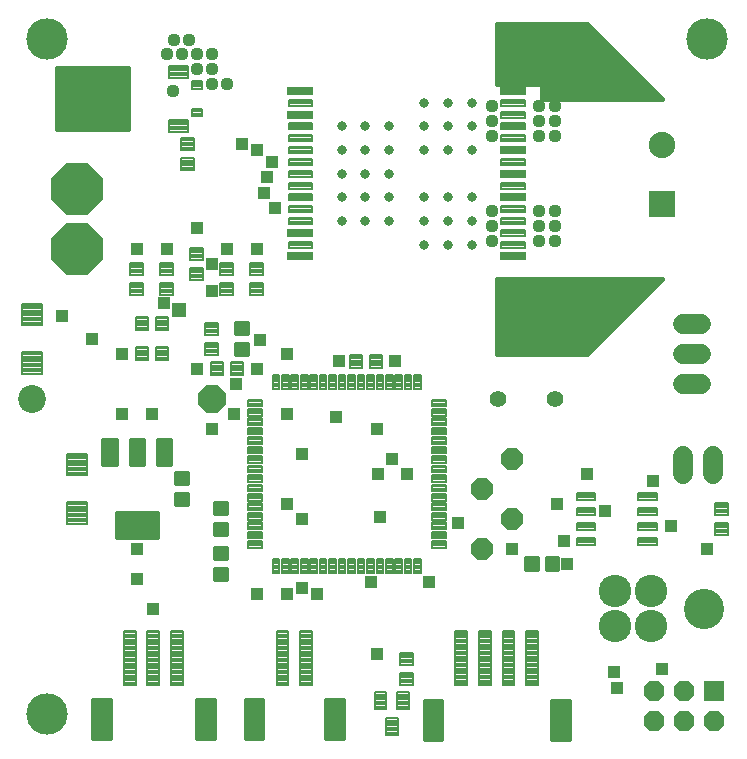
<source format=gts>
G75*
G70*
%OFA0B0*%
%FSLAX24Y24*%
%IPPOS*%
%LPD*%
%AMOC8*
5,1,8,0,0,1.08239X$1,22.5*
%
%ADD10C,0.0160*%
%ADD11C,0.0560*%
%ADD12OC8,0.0710*%
%ADD13C,0.0081*%
%ADD14C,0.1080*%
%ADD15C,0.1340*%
%ADD16C,0.0680*%
%ADD17R,0.0680X0.0680*%
%ADD18OC8,0.0680*%
%ADD19C,0.0930*%
%ADD20OC8,0.0930*%
%ADD21C,0.1380*%
%ADD22C,0.0081*%
%ADD23C,0.0081*%
%ADD24R,0.0866X0.0276*%
%ADD25C,0.0315*%
%ADD26C,0.0088*%
%ADD27C,0.0082*%
%ADD28C,0.0085*%
%ADD29C,0.0084*%
%ADD30C,0.0085*%
%ADD31C,0.0082*%
%ADD32C,0.0082*%
%ADD33C,0.0084*%
%ADD34OC8,0.1720*%
%ADD35R,0.0880X0.0880*%
%ADD36C,0.0880*%
%ADD37R,0.0440X0.0440*%
%ADD38R,0.0476X0.0476*%
%ADD39C,0.0440*%
D10*
X019897Y013782D02*
X022897Y013782D01*
X025397Y016282D01*
X021397Y016282D01*
X019897Y016282D01*
X019897Y013782D01*
X019897Y013917D02*
X023031Y013917D01*
X023190Y014075D02*
X019897Y014075D01*
X019897Y014234D02*
X023348Y014234D01*
X023507Y014393D02*
X019897Y014393D01*
X019897Y014551D02*
X023665Y014551D01*
X023824Y014710D02*
X019897Y014710D01*
X019897Y014868D02*
X023983Y014868D01*
X024141Y015027D02*
X019897Y015027D01*
X019897Y015185D02*
X024300Y015185D01*
X024458Y015344D02*
X019897Y015344D01*
X019897Y015502D02*
X024617Y015502D01*
X024775Y015661D02*
X019897Y015661D01*
X019897Y015819D02*
X024934Y015819D01*
X025092Y015978D02*
X019897Y015978D01*
X019897Y016137D02*
X025251Y016137D01*
X025397Y022282D02*
X021397Y022282D01*
X021397Y022782D01*
X019897Y022782D01*
X019897Y024782D01*
X022897Y024782D01*
X025397Y022282D01*
X025359Y022320D02*
X021397Y022320D01*
X021397Y022478D02*
X025200Y022478D01*
X025042Y022637D02*
X021397Y022637D01*
X019897Y022795D02*
X024883Y022795D01*
X024725Y022954D02*
X019897Y022954D01*
X019897Y023112D02*
X024566Y023112D01*
X024408Y023271D02*
X019897Y023271D01*
X019897Y023430D02*
X024249Y023430D01*
X024091Y023588D02*
X019897Y023588D01*
X019897Y023747D02*
X023932Y023747D01*
X023774Y023905D02*
X019897Y023905D01*
X019897Y024064D02*
X023615Y024064D01*
X023456Y024222D02*
X019897Y024222D01*
X019897Y024381D02*
X023298Y024381D01*
X023139Y024539D02*
X019897Y024539D01*
X019897Y024698D02*
X022981Y024698D01*
D11*
X021847Y012282D03*
X019947Y012282D03*
D12*
X020397Y010282D03*
X019397Y009282D03*
X020397Y008282D03*
X019397Y007282D03*
D13*
X018202Y007310D02*
X018202Y007530D01*
X018202Y007310D02*
X017732Y007310D01*
X017732Y007530D01*
X018202Y007530D01*
X018202Y007390D02*
X017732Y007390D01*
X017732Y007470D02*
X018202Y007470D01*
X018202Y007625D02*
X018202Y007845D01*
X018202Y007625D02*
X017732Y007625D01*
X017732Y007845D01*
X018202Y007845D01*
X018202Y007705D02*
X017732Y007705D01*
X017732Y007785D02*
X018202Y007785D01*
X018202Y007940D02*
X018202Y008160D01*
X018202Y007940D02*
X017732Y007940D01*
X017732Y008160D01*
X018202Y008160D01*
X018202Y008020D02*
X017732Y008020D01*
X017732Y008100D02*
X018202Y008100D01*
X018202Y008255D02*
X018202Y008475D01*
X018202Y008255D02*
X017732Y008255D01*
X017732Y008475D01*
X018202Y008475D01*
X018202Y008335D02*
X017732Y008335D01*
X017732Y008415D02*
X018202Y008415D01*
X018202Y008570D02*
X018202Y008790D01*
X018202Y008570D02*
X017732Y008570D01*
X017732Y008790D01*
X018202Y008790D01*
X018202Y008650D02*
X017732Y008650D01*
X017732Y008730D02*
X018202Y008730D01*
X018202Y008885D02*
X018202Y009105D01*
X018202Y008885D02*
X017732Y008885D01*
X017732Y009105D01*
X018202Y009105D01*
X018202Y008965D02*
X017732Y008965D01*
X017732Y009045D02*
X018202Y009045D01*
X018202Y009200D02*
X018202Y009420D01*
X018202Y009200D02*
X017732Y009200D01*
X017732Y009420D01*
X018202Y009420D01*
X018202Y009280D02*
X017732Y009280D01*
X017732Y009360D02*
X018202Y009360D01*
X018202Y009515D02*
X018202Y009735D01*
X018202Y009515D02*
X017732Y009515D01*
X017732Y009735D01*
X018202Y009735D01*
X018202Y009595D02*
X017732Y009595D01*
X017732Y009675D02*
X018202Y009675D01*
X018202Y009830D02*
X018202Y010050D01*
X018202Y009830D02*
X017732Y009830D01*
X017732Y010050D01*
X018202Y010050D01*
X018202Y009910D02*
X017732Y009910D01*
X017732Y009990D02*
X018202Y009990D01*
X018202Y010145D02*
X018202Y010365D01*
X018202Y010145D02*
X017732Y010145D01*
X017732Y010365D01*
X018202Y010365D01*
X018202Y010225D02*
X017732Y010225D01*
X017732Y010305D02*
X018202Y010305D01*
X018202Y010460D02*
X018202Y010680D01*
X018202Y010460D02*
X017732Y010460D01*
X017732Y010680D01*
X018202Y010680D01*
X018202Y010540D02*
X017732Y010540D01*
X017732Y010620D02*
X018202Y010620D01*
X018202Y010775D02*
X018202Y010995D01*
X018202Y010775D02*
X017732Y010775D01*
X017732Y010995D01*
X018202Y010995D01*
X018202Y010855D02*
X017732Y010855D01*
X017732Y010935D02*
X018202Y010935D01*
X018202Y011090D02*
X018202Y011310D01*
X018202Y011090D02*
X017732Y011090D01*
X017732Y011310D01*
X018202Y011310D01*
X018202Y011170D02*
X017732Y011170D01*
X017732Y011250D02*
X018202Y011250D01*
X018202Y011404D02*
X018202Y011624D01*
X018202Y011404D02*
X017732Y011404D01*
X017732Y011624D01*
X018202Y011624D01*
X018202Y011484D02*
X017732Y011484D01*
X017732Y011564D02*
X018202Y011564D01*
X018202Y011719D02*
X018202Y011939D01*
X018202Y011719D02*
X017732Y011719D01*
X017732Y011939D01*
X018202Y011939D01*
X018202Y011799D02*
X017732Y011799D01*
X017732Y011879D02*
X018202Y011879D01*
X018202Y012034D02*
X018202Y012254D01*
X018202Y012034D02*
X017732Y012034D01*
X017732Y012254D01*
X018202Y012254D01*
X018202Y012114D02*
X017732Y012114D01*
X017732Y012194D02*
X018202Y012194D01*
X017369Y012618D02*
X017369Y013088D01*
X017369Y012618D02*
X017149Y012618D01*
X017149Y013088D01*
X017369Y013088D01*
X017369Y012698D02*
X017149Y012698D01*
X017149Y012778D02*
X017369Y012778D01*
X017369Y012858D02*
X017149Y012858D01*
X017149Y012938D02*
X017369Y012938D01*
X017369Y013018D02*
X017149Y013018D01*
X017054Y013088D02*
X017054Y012618D01*
X016834Y012618D01*
X016834Y013088D01*
X017054Y013088D01*
X017054Y012698D02*
X016834Y012698D01*
X016834Y012778D02*
X017054Y012778D01*
X017054Y012858D02*
X016834Y012858D01*
X016834Y012938D02*
X017054Y012938D01*
X017054Y013018D02*
X016834Y013018D01*
X016739Y013088D02*
X016739Y012618D01*
X016519Y012618D01*
X016519Y013088D01*
X016739Y013088D01*
X016739Y012698D02*
X016519Y012698D01*
X016519Y012778D02*
X016739Y012778D01*
X016739Y012858D02*
X016519Y012858D01*
X016519Y012938D02*
X016739Y012938D01*
X016739Y013018D02*
X016519Y013018D01*
X016424Y013088D02*
X016424Y012618D01*
X016204Y012618D01*
X016204Y013088D01*
X016424Y013088D01*
X016424Y012698D02*
X016204Y012698D01*
X016204Y012778D02*
X016424Y012778D01*
X016424Y012858D02*
X016204Y012858D01*
X016204Y012938D02*
X016424Y012938D01*
X016424Y013018D02*
X016204Y013018D01*
X016109Y013088D02*
X016109Y012618D01*
X015889Y012618D01*
X015889Y013088D01*
X016109Y013088D01*
X016109Y012698D02*
X015889Y012698D01*
X015889Y012778D02*
X016109Y012778D01*
X016109Y012858D02*
X015889Y012858D01*
X015889Y012938D02*
X016109Y012938D01*
X016109Y013018D02*
X015889Y013018D01*
X015794Y013088D02*
X015794Y012618D01*
X015574Y012618D01*
X015574Y013088D01*
X015794Y013088D01*
X015794Y012698D02*
X015574Y012698D01*
X015574Y012778D02*
X015794Y012778D01*
X015794Y012858D02*
X015574Y012858D01*
X015574Y012938D02*
X015794Y012938D01*
X015794Y013018D02*
X015574Y013018D01*
X015479Y013088D02*
X015479Y012618D01*
X015259Y012618D01*
X015259Y013088D01*
X015479Y013088D01*
X015479Y012698D02*
X015259Y012698D01*
X015259Y012778D02*
X015479Y012778D01*
X015479Y012858D02*
X015259Y012858D01*
X015259Y012938D02*
X015479Y012938D01*
X015479Y013018D02*
X015259Y013018D01*
X015164Y013088D02*
X015164Y012618D01*
X014944Y012618D01*
X014944Y013088D01*
X015164Y013088D01*
X015164Y012698D02*
X014944Y012698D01*
X014944Y012778D02*
X015164Y012778D01*
X015164Y012858D02*
X014944Y012858D01*
X014944Y012938D02*
X015164Y012938D01*
X015164Y013018D02*
X014944Y013018D01*
X014849Y013088D02*
X014849Y012618D01*
X014629Y012618D01*
X014629Y013088D01*
X014849Y013088D01*
X014849Y012698D02*
X014629Y012698D01*
X014629Y012778D02*
X014849Y012778D01*
X014849Y012858D02*
X014629Y012858D01*
X014629Y012938D02*
X014849Y012938D01*
X014849Y013018D02*
X014629Y013018D01*
X014534Y013088D02*
X014534Y012618D01*
X014314Y012618D01*
X014314Y013088D01*
X014534Y013088D01*
X014534Y012698D02*
X014314Y012698D01*
X014314Y012778D02*
X014534Y012778D01*
X014534Y012858D02*
X014314Y012858D01*
X014314Y012938D02*
X014534Y012938D01*
X014534Y013018D02*
X014314Y013018D01*
X014219Y013088D02*
X014219Y012618D01*
X013999Y012618D01*
X013999Y013088D01*
X014219Y013088D01*
X014219Y012698D02*
X013999Y012698D01*
X013999Y012778D02*
X014219Y012778D01*
X014219Y012858D02*
X013999Y012858D01*
X013999Y012938D02*
X014219Y012938D01*
X014219Y013018D02*
X013999Y013018D01*
X013904Y013088D02*
X013904Y012618D01*
X013684Y012618D01*
X013684Y013088D01*
X013904Y013088D01*
X013904Y012698D02*
X013684Y012698D01*
X013684Y012778D02*
X013904Y012778D01*
X013904Y012858D02*
X013684Y012858D01*
X013684Y012938D02*
X013904Y012938D01*
X013904Y013018D02*
X013684Y013018D01*
X013589Y013088D02*
X013589Y012618D01*
X013369Y012618D01*
X013369Y013088D01*
X013589Y013088D01*
X013589Y012698D02*
X013369Y012698D01*
X013369Y012778D02*
X013589Y012778D01*
X013589Y012858D02*
X013369Y012858D01*
X013369Y012938D02*
X013589Y012938D01*
X013589Y013018D02*
X013369Y013018D01*
X013274Y013088D02*
X013274Y012618D01*
X013054Y012618D01*
X013054Y013088D01*
X013274Y013088D01*
X013274Y012698D02*
X013054Y012698D01*
X013054Y012778D02*
X013274Y012778D01*
X013274Y012858D02*
X013054Y012858D01*
X013054Y012938D02*
X013274Y012938D01*
X013274Y013018D02*
X013054Y013018D01*
X012959Y013088D02*
X012959Y012618D01*
X012739Y012618D01*
X012739Y013088D01*
X012959Y013088D01*
X012959Y012698D02*
X012739Y012698D01*
X012739Y012778D02*
X012959Y012778D01*
X012959Y012858D02*
X012739Y012858D01*
X012739Y012938D02*
X012959Y012938D01*
X012959Y013018D02*
X012739Y013018D01*
X012644Y013088D02*
X012644Y012618D01*
X012424Y012618D01*
X012424Y013088D01*
X012644Y013088D01*
X012644Y012698D02*
X012424Y012698D01*
X012424Y012778D02*
X012644Y012778D01*
X012644Y012858D02*
X012424Y012858D01*
X012424Y012938D02*
X012644Y012938D01*
X012644Y013018D02*
X012424Y013018D01*
X012061Y012254D02*
X012061Y012034D01*
X011591Y012034D01*
X011591Y012254D01*
X012061Y012254D01*
X012061Y012114D02*
X011591Y012114D01*
X011591Y012194D02*
X012061Y012194D01*
X012061Y011939D02*
X012061Y011719D01*
X011591Y011719D01*
X011591Y011939D01*
X012061Y011939D01*
X012061Y011799D02*
X011591Y011799D01*
X011591Y011879D02*
X012061Y011879D01*
X012061Y011624D02*
X012061Y011404D01*
X011591Y011404D01*
X011591Y011624D01*
X012061Y011624D01*
X012061Y011484D02*
X011591Y011484D01*
X011591Y011564D02*
X012061Y011564D01*
X012061Y011310D02*
X012061Y011090D01*
X011591Y011090D01*
X011591Y011310D01*
X012061Y011310D01*
X012061Y011170D02*
X011591Y011170D01*
X011591Y011250D02*
X012061Y011250D01*
X012061Y010995D02*
X012061Y010775D01*
X011591Y010775D01*
X011591Y010995D01*
X012061Y010995D01*
X012061Y010855D02*
X011591Y010855D01*
X011591Y010935D02*
X012061Y010935D01*
X012061Y010680D02*
X012061Y010460D01*
X011591Y010460D01*
X011591Y010680D01*
X012061Y010680D01*
X012061Y010540D02*
X011591Y010540D01*
X011591Y010620D02*
X012061Y010620D01*
X012061Y010365D02*
X012061Y010145D01*
X011591Y010145D01*
X011591Y010365D01*
X012061Y010365D01*
X012061Y010225D02*
X011591Y010225D01*
X011591Y010305D02*
X012061Y010305D01*
X012061Y010050D02*
X012061Y009830D01*
X011591Y009830D01*
X011591Y010050D01*
X012061Y010050D01*
X012061Y009910D02*
X011591Y009910D01*
X011591Y009990D02*
X012061Y009990D01*
X012061Y009735D02*
X012061Y009515D01*
X011591Y009515D01*
X011591Y009735D01*
X012061Y009735D01*
X012061Y009595D02*
X011591Y009595D01*
X011591Y009675D02*
X012061Y009675D01*
X012061Y009420D02*
X012061Y009200D01*
X011591Y009200D01*
X011591Y009420D01*
X012061Y009420D01*
X012061Y009280D02*
X011591Y009280D01*
X011591Y009360D02*
X012061Y009360D01*
X012061Y009105D02*
X012061Y008885D01*
X011591Y008885D01*
X011591Y009105D01*
X012061Y009105D01*
X012061Y008965D02*
X011591Y008965D01*
X011591Y009045D02*
X012061Y009045D01*
X012061Y008790D02*
X012061Y008570D01*
X011591Y008570D01*
X011591Y008790D01*
X012061Y008790D01*
X012061Y008650D02*
X011591Y008650D01*
X011591Y008730D02*
X012061Y008730D01*
X012061Y008475D02*
X012061Y008255D01*
X011591Y008255D01*
X011591Y008475D01*
X012061Y008475D01*
X012061Y008335D02*
X011591Y008335D01*
X011591Y008415D02*
X012061Y008415D01*
X012061Y008160D02*
X012061Y007940D01*
X011591Y007940D01*
X011591Y008160D01*
X012061Y008160D01*
X012061Y008020D02*
X011591Y008020D01*
X011591Y008100D02*
X012061Y008100D01*
X012061Y007845D02*
X012061Y007625D01*
X011591Y007625D01*
X011591Y007845D01*
X012061Y007845D01*
X012061Y007705D02*
X011591Y007705D01*
X011591Y007785D02*
X012061Y007785D01*
X012061Y007530D02*
X012061Y007310D01*
X011591Y007310D01*
X011591Y007530D01*
X012061Y007530D01*
X012061Y007390D02*
X011591Y007390D01*
X011591Y007470D02*
X012061Y007470D01*
X012644Y006946D02*
X012644Y006476D01*
X012424Y006476D01*
X012424Y006946D01*
X012644Y006946D01*
X012644Y006556D02*
X012424Y006556D01*
X012424Y006636D02*
X012644Y006636D01*
X012644Y006716D02*
X012424Y006716D01*
X012424Y006796D02*
X012644Y006796D01*
X012644Y006876D02*
X012424Y006876D01*
X012959Y006946D02*
X012959Y006476D01*
X012739Y006476D01*
X012739Y006946D01*
X012959Y006946D01*
X012959Y006556D02*
X012739Y006556D01*
X012739Y006636D02*
X012959Y006636D01*
X012959Y006716D02*
X012739Y006716D01*
X012739Y006796D02*
X012959Y006796D01*
X012959Y006876D02*
X012739Y006876D01*
X013274Y006946D02*
X013274Y006476D01*
X013054Y006476D01*
X013054Y006946D01*
X013274Y006946D01*
X013274Y006556D02*
X013054Y006556D01*
X013054Y006636D02*
X013274Y006636D01*
X013274Y006716D02*
X013054Y006716D01*
X013054Y006796D02*
X013274Y006796D01*
X013274Y006876D02*
X013054Y006876D01*
X013589Y006946D02*
X013589Y006476D01*
X013369Y006476D01*
X013369Y006946D01*
X013589Y006946D01*
X013589Y006556D02*
X013369Y006556D01*
X013369Y006636D02*
X013589Y006636D01*
X013589Y006716D02*
X013369Y006716D01*
X013369Y006796D02*
X013589Y006796D01*
X013589Y006876D02*
X013369Y006876D01*
X013904Y006946D02*
X013904Y006476D01*
X013684Y006476D01*
X013684Y006946D01*
X013904Y006946D01*
X013904Y006556D02*
X013684Y006556D01*
X013684Y006636D02*
X013904Y006636D01*
X013904Y006716D02*
X013684Y006716D01*
X013684Y006796D02*
X013904Y006796D01*
X013904Y006876D02*
X013684Y006876D01*
X014219Y006946D02*
X014219Y006476D01*
X013999Y006476D01*
X013999Y006946D01*
X014219Y006946D01*
X014219Y006556D02*
X013999Y006556D01*
X013999Y006636D02*
X014219Y006636D01*
X014219Y006716D02*
X013999Y006716D01*
X013999Y006796D02*
X014219Y006796D01*
X014219Y006876D02*
X013999Y006876D01*
X014534Y006946D02*
X014534Y006476D01*
X014314Y006476D01*
X014314Y006946D01*
X014534Y006946D01*
X014534Y006556D02*
X014314Y006556D01*
X014314Y006636D02*
X014534Y006636D01*
X014534Y006716D02*
X014314Y006716D01*
X014314Y006796D02*
X014534Y006796D01*
X014534Y006876D02*
X014314Y006876D01*
X014849Y006946D02*
X014849Y006476D01*
X014629Y006476D01*
X014629Y006946D01*
X014849Y006946D01*
X014849Y006556D02*
X014629Y006556D01*
X014629Y006636D02*
X014849Y006636D01*
X014849Y006716D02*
X014629Y006716D01*
X014629Y006796D02*
X014849Y006796D01*
X014849Y006876D02*
X014629Y006876D01*
X015164Y006946D02*
X015164Y006476D01*
X014944Y006476D01*
X014944Y006946D01*
X015164Y006946D01*
X015164Y006556D02*
X014944Y006556D01*
X014944Y006636D02*
X015164Y006636D01*
X015164Y006716D02*
X014944Y006716D01*
X014944Y006796D02*
X015164Y006796D01*
X015164Y006876D02*
X014944Y006876D01*
X015479Y006946D02*
X015479Y006476D01*
X015259Y006476D01*
X015259Y006946D01*
X015479Y006946D01*
X015479Y006556D02*
X015259Y006556D01*
X015259Y006636D02*
X015479Y006636D01*
X015479Y006716D02*
X015259Y006716D01*
X015259Y006796D02*
X015479Y006796D01*
X015479Y006876D02*
X015259Y006876D01*
X015794Y006946D02*
X015794Y006476D01*
X015574Y006476D01*
X015574Y006946D01*
X015794Y006946D01*
X015794Y006556D02*
X015574Y006556D01*
X015574Y006636D02*
X015794Y006636D01*
X015794Y006716D02*
X015574Y006716D01*
X015574Y006796D02*
X015794Y006796D01*
X015794Y006876D02*
X015574Y006876D01*
X016109Y006946D02*
X016109Y006476D01*
X015889Y006476D01*
X015889Y006946D01*
X016109Y006946D01*
X016109Y006556D02*
X015889Y006556D01*
X015889Y006636D02*
X016109Y006636D01*
X016109Y006716D02*
X015889Y006716D01*
X015889Y006796D02*
X016109Y006796D01*
X016109Y006876D02*
X015889Y006876D01*
X016424Y006946D02*
X016424Y006476D01*
X016204Y006476D01*
X016204Y006946D01*
X016424Y006946D01*
X016424Y006556D02*
X016204Y006556D01*
X016204Y006636D02*
X016424Y006636D01*
X016424Y006716D02*
X016204Y006716D01*
X016204Y006796D02*
X016424Y006796D01*
X016424Y006876D02*
X016204Y006876D01*
X016739Y006946D02*
X016739Y006476D01*
X016519Y006476D01*
X016519Y006946D01*
X016739Y006946D01*
X016739Y006556D02*
X016519Y006556D01*
X016519Y006636D02*
X016739Y006636D01*
X016739Y006716D02*
X016519Y006716D01*
X016519Y006796D02*
X016739Y006796D01*
X016739Y006876D02*
X016519Y006876D01*
X017054Y006946D02*
X017054Y006476D01*
X016834Y006476D01*
X016834Y006946D01*
X017054Y006946D01*
X017054Y006556D02*
X016834Y006556D01*
X016834Y006636D02*
X017054Y006636D01*
X017054Y006716D02*
X016834Y006716D01*
X016834Y006796D02*
X017054Y006796D01*
X017054Y006876D02*
X016834Y006876D01*
X017369Y006946D02*
X017369Y006476D01*
X017149Y006476D01*
X017149Y006946D01*
X017369Y006946D01*
X017369Y006556D02*
X017149Y006556D01*
X017149Y006636D02*
X017369Y006636D01*
X017369Y006716D02*
X017149Y006716D01*
X017149Y006796D02*
X017369Y006796D01*
X017369Y006876D02*
X017149Y006876D01*
D14*
X023847Y005876D03*
X025028Y005876D03*
X025028Y004695D03*
X023847Y004695D03*
D15*
X026799Y005285D03*
D16*
X027097Y009782D02*
X027097Y010382D01*
X026097Y010382D02*
X026097Y009782D01*
X026097Y012782D02*
X026697Y012782D01*
X026697Y013782D02*
X026097Y013782D01*
X026097Y014782D02*
X026697Y014782D01*
D17*
X027147Y002532D03*
D18*
X026147Y002532D03*
X026147Y001532D03*
X027147Y001532D03*
X025147Y001532D03*
X025147Y002532D03*
D19*
X004397Y012282D03*
D20*
X010397Y012282D03*
D21*
X004897Y001782D03*
X004897Y024282D03*
X026897Y024282D03*
D22*
X016078Y013748D02*
X015684Y013748D01*
X016078Y013748D02*
X016078Y013316D01*
X015684Y013316D01*
X015684Y013748D01*
X015684Y013396D02*
X016078Y013396D01*
X016078Y013476D02*
X015684Y013476D01*
X015684Y013556D02*
X016078Y013556D01*
X016078Y013636D02*
X015684Y013636D01*
X015684Y013716D02*
X016078Y013716D01*
X015409Y013748D02*
X015015Y013748D01*
X015409Y013748D02*
X015409Y013316D01*
X015015Y013316D01*
X015015Y013748D01*
X015015Y013396D02*
X015409Y013396D01*
X015409Y013476D02*
X015015Y013476D01*
X015015Y013556D02*
X015409Y013556D01*
X015409Y013636D02*
X015015Y013636D01*
X015015Y013716D02*
X015409Y013716D01*
X011681Y015751D02*
X011681Y016145D01*
X012113Y016145D01*
X012113Y015751D01*
X011681Y015751D01*
X011681Y015831D02*
X012113Y015831D01*
X012113Y015911D02*
X011681Y015911D01*
X011681Y015991D02*
X012113Y015991D01*
X012113Y016071D02*
X011681Y016071D01*
X011681Y016420D02*
X011681Y016814D01*
X012113Y016814D01*
X012113Y016420D01*
X011681Y016420D01*
X011681Y016500D02*
X012113Y016500D01*
X012113Y016580D02*
X011681Y016580D01*
X011681Y016660D02*
X012113Y016660D01*
X012113Y016740D02*
X011681Y016740D01*
X010681Y016814D02*
X010681Y016420D01*
X010681Y016814D02*
X011113Y016814D01*
X011113Y016420D01*
X010681Y016420D01*
X010681Y016500D02*
X011113Y016500D01*
X011113Y016580D02*
X010681Y016580D01*
X010681Y016660D02*
X011113Y016660D01*
X011113Y016740D02*
X010681Y016740D01*
X009681Y016645D02*
X009681Y016251D01*
X009681Y016645D02*
X010113Y016645D01*
X010113Y016251D01*
X009681Y016251D01*
X009681Y016331D02*
X010113Y016331D01*
X010113Y016411D02*
X009681Y016411D01*
X009681Y016491D02*
X010113Y016491D01*
X010113Y016571D02*
X009681Y016571D01*
X009681Y016920D02*
X009681Y017314D01*
X010113Y017314D01*
X010113Y016920D01*
X009681Y016920D01*
X009681Y017000D02*
X010113Y017000D01*
X010113Y017080D02*
X009681Y017080D01*
X009681Y017160D02*
X010113Y017160D01*
X010113Y017240D02*
X009681Y017240D01*
X008681Y016814D02*
X008681Y016420D01*
X008681Y016814D02*
X009113Y016814D01*
X009113Y016420D01*
X008681Y016420D01*
X008681Y016500D02*
X009113Y016500D01*
X009113Y016580D02*
X008681Y016580D01*
X008681Y016660D02*
X009113Y016660D01*
X009113Y016740D02*
X008681Y016740D01*
X007681Y016814D02*
X007681Y016420D01*
X007681Y016814D02*
X008113Y016814D01*
X008113Y016420D01*
X007681Y016420D01*
X007681Y016500D02*
X008113Y016500D01*
X008113Y016580D02*
X007681Y016580D01*
X007681Y016660D02*
X008113Y016660D01*
X008113Y016740D02*
X007681Y016740D01*
X007681Y016145D02*
X007681Y015751D01*
X007681Y016145D02*
X008113Y016145D01*
X008113Y015751D01*
X007681Y015751D01*
X007681Y015831D02*
X008113Y015831D01*
X008113Y015911D02*
X007681Y015911D01*
X007681Y015991D02*
X008113Y015991D01*
X008113Y016071D02*
X007681Y016071D01*
X008681Y016145D02*
X008681Y015751D01*
X008681Y016145D02*
X009113Y016145D01*
X009113Y015751D01*
X008681Y015751D01*
X008681Y015831D02*
X009113Y015831D01*
X009113Y015911D02*
X008681Y015911D01*
X008681Y015991D02*
X009113Y015991D01*
X009113Y016071D02*
X008681Y016071D01*
X008534Y014566D02*
X008928Y014566D01*
X008534Y014566D02*
X008534Y014998D01*
X008928Y014998D01*
X008928Y014566D01*
X008928Y014646D02*
X008534Y014646D01*
X008534Y014726D02*
X008928Y014726D01*
X008928Y014806D02*
X008534Y014806D01*
X008534Y014886D02*
X008928Y014886D01*
X008928Y014966D02*
X008534Y014966D01*
X008259Y014566D02*
X007865Y014566D01*
X007865Y014998D01*
X008259Y014998D01*
X008259Y014566D01*
X008259Y014646D02*
X007865Y014646D01*
X007865Y014726D02*
X008259Y014726D01*
X008259Y014806D02*
X007865Y014806D01*
X007865Y014886D02*
X008259Y014886D01*
X008259Y014966D02*
X007865Y014966D01*
X007865Y013566D02*
X008259Y013566D01*
X007865Y013566D02*
X007865Y013998D01*
X008259Y013998D01*
X008259Y013566D01*
X008259Y013646D02*
X007865Y013646D01*
X007865Y013726D02*
X008259Y013726D01*
X008259Y013806D02*
X007865Y013806D01*
X007865Y013886D02*
X008259Y013886D01*
X008259Y013966D02*
X007865Y013966D01*
X008534Y013566D02*
X008928Y013566D01*
X008534Y013566D02*
X008534Y013998D01*
X008928Y013998D01*
X008928Y013566D01*
X008928Y013646D02*
X008534Y013646D01*
X008534Y013726D02*
X008928Y013726D01*
X008928Y013806D02*
X008534Y013806D01*
X008534Y013886D02*
X008928Y013886D01*
X008928Y013966D02*
X008534Y013966D01*
X010181Y014145D02*
X010181Y013751D01*
X010181Y014145D02*
X010613Y014145D01*
X010613Y013751D01*
X010181Y013751D01*
X010181Y013831D02*
X010613Y013831D01*
X010613Y013911D02*
X010181Y013911D01*
X010181Y013991D02*
X010613Y013991D01*
X010613Y014071D02*
X010181Y014071D01*
X010181Y014420D02*
X010181Y014814D01*
X010613Y014814D01*
X010613Y014420D01*
X010181Y014420D01*
X010181Y014500D02*
X010613Y014500D01*
X010613Y014580D02*
X010181Y014580D01*
X010181Y014660D02*
X010613Y014660D01*
X010613Y014740D02*
X010181Y014740D01*
X010681Y015751D02*
X010681Y016145D01*
X011113Y016145D01*
X011113Y015751D01*
X010681Y015751D01*
X010681Y015831D02*
X011113Y015831D01*
X011113Y015911D02*
X010681Y015911D01*
X010681Y015991D02*
X011113Y015991D01*
X011113Y016071D02*
X010681Y016071D01*
X010759Y013066D02*
X010365Y013066D01*
X010365Y013498D01*
X010759Y013498D01*
X010759Y013066D01*
X010759Y013146D02*
X010365Y013146D01*
X010365Y013226D02*
X010759Y013226D01*
X010759Y013306D02*
X010365Y013306D01*
X010365Y013386D02*
X010759Y013386D01*
X010759Y013466D02*
X010365Y013466D01*
X011034Y013066D02*
X011428Y013066D01*
X011034Y013066D02*
X011034Y013498D01*
X011428Y013498D01*
X011428Y013066D01*
X011428Y013146D02*
X011034Y013146D01*
X011034Y013226D02*
X011428Y013226D01*
X011428Y013306D02*
X011034Y013306D01*
X011034Y013386D02*
X011428Y013386D01*
X011428Y013466D02*
X011034Y013466D01*
X009381Y019901D02*
X009381Y020295D01*
X009813Y020295D01*
X009813Y019901D01*
X009381Y019901D01*
X009381Y019981D02*
X009813Y019981D01*
X009813Y020061D02*
X009381Y020061D01*
X009381Y020141D02*
X009813Y020141D01*
X009813Y020221D02*
X009381Y020221D01*
X009381Y020570D02*
X009381Y020964D01*
X009813Y020964D01*
X009813Y020570D01*
X009381Y020570D01*
X009381Y020650D02*
X009813Y020650D01*
X009813Y020730D02*
X009381Y020730D01*
X009381Y020810D02*
X009813Y020810D01*
X009813Y020890D02*
X009381Y020890D01*
X009601Y021188D02*
X009601Y021582D01*
X009601Y021188D02*
X008971Y021188D01*
X008971Y021582D01*
X009601Y021582D01*
X009601Y021268D02*
X008971Y021268D01*
X008971Y021348D02*
X009601Y021348D01*
X009601Y021428D02*
X008971Y021428D01*
X008971Y021508D02*
X009601Y021508D01*
X009601Y022983D02*
X009601Y023377D01*
X009601Y022983D02*
X008971Y022983D01*
X008971Y023377D01*
X009601Y023377D01*
X009601Y023063D02*
X008971Y023063D01*
X008971Y023143D02*
X009601Y023143D01*
X009601Y023223D02*
X008971Y023223D01*
X008971Y023303D02*
X009601Y023303D01*
X027181Y008814D02*
X027181Y008420D01*
X027181Y008814D02*
X027613Y008814D01*
X027613Y008420D01*
X027181Y008420D01*
X027181Y008500D02*
X027613Y008500D01*
X027613Y008580D02*
X027181Y008580D01*
X027181Y008660D02*
X027613Y008660D01*
X027613Y008740D02*
X027181Y008740D01*
X027181Y008145D02*
X027181Y007751D01*
X027181Y008145D02*
X027613Y008145D01*
X027613Y007751D01*
X027181Y007751D01*
X027181Y007831D02*
X027613Y007831D01*
X027613Y007911D02*
X027181Y007911D01*
X027181Y007991D02*
X027613Y007991D01*
X027613Y008071D02*
X027181Y008071D01*
X021275Y004538D02*
X020881Y004538D01*
X021275Y004538D02*
X021275Y002728D01*
X020881Y002728D01*
X020881Y004538D01*
X020881Y002808D02*
X021275Y002808D01*
X021275Y002888D02*
X020881Y002888D01*
X020881Y002968D02*
X021275Y002968D01*
X021275Y003048D02*
X020881Y003048D01*
X020881Y003128D02*
X021275Y003128D01*
X021275Y003208D02*
X020881Y003208D01*
X020881Y003288D02*
X021275Y003288D01*
X021275Y003368D02*
X020881Y003368D01*
X020881Y003448D02*
X021275Y003448D01*
X021275Y003528D02*
X020881Y003528D01*
X020881Y003608D02*
X021275Y003608D01*
X021275Y003688D02*
X020881Y003688D01*
X020881Y003768D02*
X021275Y003768D01*
X021275Y003848D02*
X020881Y003848D01*
X020881Y003928D02*
X021275Y003928D01*
X021275Y004008D02*
X020881Y004008D01*
X020881Y004088D02*
X021275Y004088D01*
X021275Y004168D02*
X020881Y004168D01*
X020881Y004248D02*
X021275Y004248D01*
X021275Y004328D02*
X020881Y004328D01*
X020881Y004408D02*
X021275Y004408D01*
X021275Y004488D02*
X020881Y004488D01*
X020487Y004538D02*
X020093Y004538D01*
X020487Y004538D02*
X020487Y002728D01*
X020093Y002728D01*
X020093Y004538D01*
X020093Y002808D02*
X020487Y002808D01*
X020487Y002888D02*
X020093Y002888D01*
X020093Y002968D02*
X020487Y002968D01*
X020487Y003048D02*
X020093Y003048D01*
X020093Y003128D02*
X020487Y003128D01*
X020487Y003208D02*
X020093Y003208D01*
X020093Y003288D02*
X020487Y003288D01*
X020487Y003368D02*
X020093Y003368D01*
X020093Y003448D02*
X020487Y003448D01*
X020487Y003528D02*
X020093Y003528D01*
X020093Y003608D02*
X020487Y003608D01*
X020487Y003688D02*
X020093Y003688D01*
X020093Y003768D02*
X020487Y003768D01*
X020487Y003848D02*
X020093Y003848D01*
X020093Y003928D02*
X020487Y003928D01*
X020487Y004008D02*
X020093Y004008D01*
X020093Y004088D02*
X020487Y004088D01*
X020487Y004168D02*
X020093Y004168D01*
X020093Y004248D02*
X020487Y004248D01*
X020487Y004328D02*
X020093Y004328D01*
X020093Y004408D02*
X020487Y004408D01*
X020487Y004488D02*
X020093Y004488D01*
X019700Y004538D02*
X019306Y004538D01*
X019700Y004538D02*
X019700Y002728D01*
X019306Y002728D01*
X019306Y004538D01*
X019306Y002808D02*
X019700Y002808D01*
X019700Y002888D02*
X019306Y002888D01*
X019306Y002968D02*
X019700Y002968D01*
X019700Y003048D02*
X019306Y003048D01*
X019306Y003128D02*
X019700Y003128D01*
X019700Y003208D02*
X019306Y003208D01*
X019306Y003288D02*
X019700Y003288D01*
X019700Y003368D02*
X019306Y003368D01*
X019306Y003448D02*
X019700Y003448D01*
X019700Y003528D02*
X019306Y003528D01*
X019306Y003608D02*
X019700Y003608D01*
X019700Y003688D02*
X019306Y003688D01*
X019306Y003768D02*
X019700Y003768D01*
X019700Y003848D02*
X019306Y003848D01*
X019306Y003928D02*
X019700Y003928D01*
X019700Y004008D02*
X019306Y004008D01*
X019306Y004088D02*
X019700Y004088D01*
X019700Y004168D02*
X019306Y004168D01*
X019306Y004248D02*
X019700Y004248D01*
X019700Y004328D02*
X019306Y004328D01*
X019306Y004408D02*
X019700Y004408D01*
X019700Y004488D02*
X019306Y004488D01*
X018912Y004538D02*
X018518Y004538D01*
X018912Y004538D02*
X018912Y002728D01*
X018518Y002728D01*
X018518Y004538D01*
X018518Y002808D02*
X018912Y002808D01*
X018912Y002888D02*
X018518Y002888D01*
X018518Y002968D02*
X018912Y002968D01*
X018912Y003048D02*
X018518Y003048D01*
X018518Y003128D02*
X018912Y003128D01*
X018912Y003208D02*
X018518Y003208D01*
X018518Y003288D02*
X018912Y003288D01*
X018912Y003368D02*
X018518Y003368D01*
X018518Y003448D02*
X018912Y003448D01*
X018912Y003528D02*
X018518Y003528D01*
X018518Y003608D02*
X018912Y003608D01*
X018912Y003688D02*
X018518Y003688D01*
X018518Y003768D02*
X018912Y003768D01*
X018912Y003848D02*
X018518Y003848D01*
X018518Y003928D02*
X018912Y003928D01*
X018912Y004008D02*
X018518Y004008D01*
X018518Y004088D02*
X018912Y004088D01*
X018912Y004168D02*
X018518Y004168D01*
X018518Y004248D02*
X018912Y004248D01*
X018912Y004328D02*
X018518Y004328D01*
X018518Y004408D02*
X018912Y004408D01*
X018912Y004488D02*
X018518Y004488D01*
X017113Y003814D02*
X017113Y003420D01*
X016681Y003420D01*
X016681Y003814D01*
X017113Y003814D01*
X017113Y003500D02*
X016681Y003500D01*
X016681Y003580D02*
X017113Y003580D01*
X017113Y003660D02*
X016681Y003660D01*
X016681Y003740D02*
X017113Y003740D01*
X017113Y003145D02*
X017113Y002751D01*
X016681Y002751D01*
X016681Y003145D01*
X017113Y003145D01*
X017113Y002831D02*
X016681Y002831D01*
X016681Y002911D02*
X017113Y002911D01*
X017113Y002991D02*
X016681Y002991D01*
X016681Y003071D02*
X017113Y003071D01*
X016968Y002490D02*
X016574Y002490D01*
X016968Y002490D02*
X016968Y001940D01*
X016574Y001940D01*
X016574Y002490D01*
X016574Y002020D02*
X016968Y002020D01*
X016968Y002100D02*
X016574Y002100D01*
X016574Y002180D02*
X016968Y002180D01*
X016968Y002260D02*
X016574Y002260D01*
X016574Y002340D02*
X016968Y002340D01*
X016968Y002420D02*
X016574Y002420D01*
X016220Y002490D02*
X015826Y002490D01*
X016220Y002490D02*
X016220Y001940D01*
X015826Y001940D01*
X015826Y002490D01*
X015826Y002020D02*
X016220Y002020D01*
X016220Y002100D02*
X015826Y002100D01*
X015826Y002180D02*
X016220Y002180D01*
X016220Y002260D02*
X015826Y002260D01*
X015826Y002340D02*
X016220Y002340D01*
X016220Y002420D02*
X015826Y002420D01*
X016200Y001624D02*
X016594Y001624D01*
X016594Y001074D01*
X016200Y001074D01*
X016200Y001624D01*
X016200Y001154D02*
X016594Y001154D01*
X016594Y001234D02*
X016200Y001234D01*
X016200Y001314D02*
X016594Y001314D01*
X016594Y001394D02*
X016200Y001394D01*
X016200Y001474D02*
X016594Y001474D01*
X016594Y001554D02*
X016200Y001554D01*
X013737Y004544D02*
X013343Y004544D01*
X013737Y004544D02*
X013737Y002734D01*
X013343Y002734D01*
X013343Y004544D01*
X013343Y002814D02*
X013737Y002814D01*
X013737Y002894D02*
X013343Y002894D01*
X013343Y002974D02*
X013737Y002974D01*
X013737Y003054D02*
X013343Y003054D01*
X013343Y003134D02*
X013737Y003134D01*
X013737Y003214D02*
X013343Y003214D01*
X013343Y003294D02*
X013737Y003294D01*
X013737Y003374D02*
X013343Y003374D01*
X013343Y003454D02*
X013737Y003454D01*
X013737Y003534D02*
X013343Y003534D01*
X013343Y003614D02*
X013737Y003614D01*
X013737Y003694D02*
X013343Y003694D01*
X013343Y003774D02*
X013737Y003774D01*
X013737Y003854D02*
X013343Y003854D01*
X013343Y003934D02*
X013737Y003934D01*
X013737Y004014D02*
X013343Y004014D01*
X013343Y004094D02*
X013737Y004094D01*
X013737Y004174D02*
X013343Y004174D01*
X013343Y004254D02*
X013737Y004254D01*
X013737Y004334D02*
X013343Y004334D01*
X013343Y004414D02*
X013737Y004414D01*
X013737Y004494D02*
X013343Y004494D01*
X012950Y004544D02*
X012556Y004544D01*
X012950Y004544D02*
X012950Y002734D01*
X012556Y002734D01*
X012556Y004544D01*
X012556Y002814D02*
X012950Y002814D01*
X012950Y002894D02*
X012556Y002894D01*
X012556Y002974D02*
X012950Y002974D01*
X012950Y003054D02*
X012556Y003054D01*
X012556Y003134D02*
X012950Y003134D01*
X012950Y003214D02*
X012556Y003214D01*
X012556Y003294D02*
X012950Y003294D01*
X012950Y003374D02*
X012556Y003374D01*
X012556Y003454D02*
X012950Y003454D01*
X012950Y003534D02*
X012556Y003534D01*
X012556Y003614D02*
X012950Y003614D01*
X012950Y003694D02*
X012556Y003694D01*
X012556Y003774D02*
X012950Y003774D01*
X012950Y003854D02*
X012556Y003854D01*
X012556Y003934D02*
X012950Y003934D01*
X012950Y004014D02*
X012556Y004014D01*
X012556Y004094D02*
X012950Y004094D01*
X012950Y004174D02*
X012556Y004174D01*
X012556Y004254D02*
X012950Y004254D01*
X012950Y004334D02*
X012556Y004334D01*
X012556Y004414D02*
X012950Y004414D01*
X012950Y004494D02*
X012556Y004494D01*
X009431Y004544D02*
X009037Y004544D01*
X009431Y004544D02*
X009431Y002734D01*
X009037Y002734D01*
X009037Y004544D01*
X009037Y002814D02*
X009431Y002814D01*
X009431Y002894D02*
X009037Y002894D01*
X009037Y002974D02*
X009431Y002974D01*
X009431Y003054D02*
X009037Y003054D01*
X009037Y003134D02*
X009431Y003134D01*
X009431Y003214D02*
X009037Y003214D01*
X009037Y003294D02*
X009431Y003294D01*
X009431Y003374D02*
X009037Y003374D01*
X009037Y003454D02*
X009431Y003454D01*
X009431Y003534D02*
X009037Y003534D01*
X009037Y003614D02*
X009431Y003614D01*
X009431Y003694D02*
X009037Y003694D01*
X009037Y003774D02*
X009431Y003774D01*
X009431Y003854D02*
X009037Y003854D01*
X009037Y003934D02*
X009431Y003934D01*
X009431Y004014D02*
X009037Y004014D01*
X009037Y004094D02*
X009431Y004094D01*
X009431Y004174D02*
X009037Y004174D01*
X009037Y004254D02*
X009431Y004254D01*
X009431Y004334D02*
X009037Y004334D01*
X009037Y004414D02*
X009431Y004414D01*
X009431Y004494D02*
X009037Y004494D01*
X008644Y004544D02*
X008250Y004544D01*
X008644Y004544D02*
X008644Y002734D01*
X008250Y002734D01*
X008250Y004544D01*
X008250Y002814D02*
X008644Y002814D01*
X008644Y002894D02*
X008250Y002894D01*
X008250Y002974D02*
X008644Y002974D01*
X008644Y003054D02*
X008250Y003054D01*
X008250Y003134D02*
X008644Y003134D01*
X008644Y003214D02*
X008250Y003214D01*
X008250Y003294D02*
X008644Y003294D01*
X008644Y003374D02*
X008250Y003374D01*
X008250Y003454D02*
X008644Y003454D01*
X008644Y003534D02*
X008250Y003534D01*
X008250Y003614D02*
X008644Y003614D01*
X008644Y003694D02*
X008250Y003694D01*
X008250Y003774D02*
X008644Y003774D01*
X008644Y003854D02*
X008250Y003854D01*
X008250Y003934D02*
X008644Y003934D01*
X008644Y004014D02*
X008250Y004014D01*
X008250Y004094D02*
X008644Y004094D01*
X008644Y004174D02*
X008250Y004174D01*
X008250Y004254D02*
X008644Y004254D01*
X008644Y004334D02*
X008250Y004334D01*
X008250Y004414D02*
X008644Y004414D01*
X008644Y004494D02*
X008250Y004494D01*
X007856Y004544D02*
X007462Y004544D01*
X007856Y004544D02*
X007856Y002734D01*
X007462Y002734D01*
X007462Y004544D01*
X007462Y002814D02*
X007856Y002814D01*
X007856Y002894D02*
X007462Y002894D01*
X007462Y002974D02*
X007856Y002974D01*
X007856Y003054D02*
X007462Y003054D01*
X007462Y003134D02*
X007856Y003134D01*
X007856Y003214D02*
X007462Y003214D01*
X007462Y003294D02*
X007856Y003294D01*
X007856Y003374D02*
X007462Y003374D01*
X007462Y003454D02*
X007856Y003454D01*
X007856Y003534D02*
X007462Y003534D01*
X007462Y003614D02*
X007856Y003614D01*
X007856Y003694D02*
X007462Y003694D01*
X007462Y003774D02*
X007856Y003774D01*
X007856Y003854D02*
X007462Y003854D01*
X007462Y003934D02*
X007856Y003934D01*
X007856Y004014D02*
X007462Y004014D01*
X007462Y004094D02*
X007856Y004094D01*
X007856Y004174D02*
X007462Y004174D01*
X007462Y004254D02*
X007856Y004254D01*
X007856Y004334D02*
X007462Y004334D01*
X007462Y004414D02*
X007856Y004414D01*
X007856Y004494D02*
X007462Y004494D01*
D23*
X012960Y017320D02*
X013746Y017320D01*
X012960Y017320D02*
X012960Y017520D01*
X013746Y017520D01*
X013746Y017320D01*
X013746Y017400D02*
X012960Y017400D01*
X012960Y017480D02*
X013746Y017480D01*
X013746Y018107D02*
X012960Y018107D01*
X012960Y018307D01*
X013746Y018307D01*
X013746Y018107D01*
X013746Y018187D02*
X012960Y018187D01*
X012960Y018267D02*
X013746Y018267D01*
X013746Y018501D02*
X012960Y018501D01*
X012960Y018701D01*
X013746Y018701D01*
X013746Y018501D01*
X013746Y018581D02*
X012960Y018581D01*
X012960Y018661D02*
X013746Y018661D01*
X013746Y018895D02*
X012960Y018895D01*
X012960Y019095D01*
X013746Y019095D01*
X013746Y018895D01*
X013746Y018975D02*
X012960Y018975D01*
X012960Y019055D02*
X013746Y019055D01*
X013746Y019289D02*
X012960Y019289D01*
X012960Y019489D01*
X013746Y019489D01*
X013746Y019289D01*
X013746Y019369D02*
X012960Y019369D01*
X012960Y019449D02*
X013746Y019449D01*
X013746Y019682D02*
X012960Y019682D01*
X012960Y019882D01*
X013746Y019882D01*
X013746Y019682D01*
X013746Y019762D02*
X012960Y019762D01*
X012960Y019842D02*
X013746Y019842D01*
X013746Y020076D02*
X012960Y020076D01*
X012960Y020276D01*
X013746Y020276D01*
X013746Y020076D01*
X013746Y020156D02*
X012960Y020156D01*
X012960Y020236D02*
X013746Y020236D01*
X013746Y020470D02*
X012960Y020470D01*
X012960Y020670D01*
X013746Y020670D01*
X013746Y020470D01*
X013746Y020550D02*
X012960Y020550D01*
X012960Y020630D02*
X013746Y020630D01*
X013746Y020863D02*
X012960Y020863D01*
X012960Y021063D01*
X013746Y021063D01*
X013746Y020863D01*
X013746Y020943D02*
X012960Y020943D01*
X012960Y021023D02*
X013746Y021023D01*
X013746Y021257D02*
X012960Y021257D01*
X012960Y021457D01*
X013746Y021457D01*
X013746Y021257D01*
X013746Y021337D02*
X012960Y021337D01*
X012960Y021417D02*
X013746Y021417D01*
X013746Y022044D02*
X012960Y022044D01*
X012960Y022244D01*
X013746Y022244D01*
X013746Y022044D01*
X013746Y022124D02*
X012960Y022124D01*
X012960Y022204D02*
X013746Y022204D01*
X020047Y022044D02*
X020833Y022044D01*
X020047Y022044D02*
X020047Y022244D01*
X020833Y022244D01*
X020833Y022044D01*
X020833Y022124D02*
X020047Y022124D01*
X020047Y022204D02*
X020833Y022204D01*
X020833Y021651D02*
X020047Y021651D01*
X020047Y021851D01*
X020833Y021851D01*
X020833Y021651D01*
X020833Y021731D02*
X020047Y021731D01*
X020047Y021811D02*
X020833Y021811D01*
X020833Y021257D02*
X020047Y021257D01*
X020047Y021457D01*
X020833Y021457D01*
X020833Y021257D01*
X020833Y021337D02*
X020047Y021337D01*
X020047Y021417D02*
X020833Y021417D01*
X020833Y020863D02*
X020047Y020863D01*
X020047Y021063D01*
X020833Y021063D01*
X020833Y020863D01*
X020833Y020943D02*
X020047Y020943D01*
X020047Y021023D02*
X020833Y021023D01*
X020833Y020076D02*
X020047Y020076D01*
X020047Y020276D01*
X020833Y020276D01*
X020833Y020076D01*
X020833Y020156D02*
X020047Y020156D01*
X020047Y020236D02*
X020833Y020236D01*
X020833Y019289D02*
X020047Y019289D01*
X020047Y019489D01*
X020833Y019489D01*
X020833Y019289D01*
X020833Y019369D02*
X020047Y019369D01*
X020047Y019449D02*
X020833Y019449D01*
X020833Y018501D02*
X020047Y018501D01*
X020047Y018701D01*
X020833Y018701D01*
X020833Y018501D01*
X020833Y018581D02*
X020047Y018581D01*
X020047Y018661D02*
X020833Y018661D01*
X020833Y018107D02*
X020047Y018107D01*
X020047Y018307D01*
X020833Y018307D01*
X020833Y018107D01*
X020833Y018187D02*
X020047Y018187D01*
X020047Y018267D02*
X020833Y018267D01*
X020833Y017714D02*
X020047Y017714D01*
X020047Y017914D01*
X020833Y017914D01*
X020833Y017714D01*
X020833Y017794D02*
X020047Y017794D01*
X020047Y017874D02*
X020833Y017874D01*
X020833Y017320D02*
X020047Y017320D01*
X020047Y017520D01*
X020833Y017520D01*
X020833Y017320D01*
X020833Y017400D02*
X020047Y017400D01*
X020047Y017480D02*
X020833Y017480D01*
D24*
X020438Y017026D03*
X020438Y018995D03*
X020438Y019782D03*
X020438Y020570D03*
X020438Y022538D03*
X013355Y022538D03*
X013355Y021751D03*
X013355Y017814D03*
X013355Y017026D03*
D25*
X014731Y018207D03*
X015519Y018207D03*
X016306Y018207D03*
X016306Y018995D03*
X015519Y018995D03*
X014731Y018995D03*
X014731Y019782D03*
X014731Y020570D03*
X014731Y021357D03*
X015519Y021357D03*
X016306Y021357D03*
X016306Y020570D03*
X015519Y020570D03*
X015519Y019782D03*
X016306Y019782D03*
X017487Y020570D03*
X017487Y021357D03*
X017487Y022144D03*
X018274Y022144D03*
X018274Y021357D03*
X018274Y020570D03*
X019062Y020570D03*
X019062Y021357D03*
X019062Y022144D03*
X019062Y018995D03*
X018274Y018995D03*
X017487Y018995D03*
X017487Y018207D03*
X017487Y017420D03*
X018274Y017420D03*
X018274Y018207D03*
X019062Y018207D03*
X019062Y017420D03*
D26*
X007628Y021223D02*
X007628Y023341D01*
X007628Y021223D02*
X005196Y021223D01*
X005196Y023341D01*
X007628Y023341D01*
X007628Y021310D02*
X005196Y021310D01*
X005196Y021397D02*
X007628Y021397D01*
X007628Y021484D02*
X005196Y021484D01*
X005196Y021571D02*
X007628Y021571D01*
X007628Y021658D02*
X005196Y021658D01*
X005196Y021745D02*
X007628Y021745D01*
X007628Y021832D02*
X005196Y021832D01*
X005196Y021919D02*
X007628Y021919D01*
X007628Y022006D02*
X005196Y022006D01*
X005196Y022093D02*
X007628Y022093D01*
X007628Y022180D02*
X005196Y022180D01*
X005196Y022267D02*
X007628Y022267D01*
X007628Y022354D02*
X005196Y022354D01*
X005196Y022441D02*
X007628Y022441D01*
X007628Y022528D02*
X005196Y022528D01*
X005196Y022615D02*
X007628Y022615D01*
X007628Y022702D02*
X005196Y022702D01*
X005196Y022789D02*
X007628Y022789D01*
X007628Y022876D02*
X005196Y022876D01*
X005196Y022963D02*
X007628Y022963D01*
X007628Y023050D02*
X005196Y023050D01*
X005196Y023137D02*
X007628Y023137D01*
X007628Y023224D02*
X005196Y023224D01*
X005196Y023311D02*
X007628Y023311D01*
D27*
X010059Y022858D02*
X010059Y022612D01*
X009735Y022612D01*
X009735Y022858D01*
X010059Y022858D01*
X010059Y022693D02*
X009735Y022693D01*
X009735Y022774D02*
X010059Y022774D01*
X010059Y022855D02*
X009735Y022855D01*
X010059Y021952D02*
X010059Y021706D01*
X009735Y021706D01*
X009735Y021952D01*
X010059Y021952D01*
X010059Y021787D02*
X009735Y021787D01*
X009735Y021868D02*
X010059Y021868D01*
X010059Y021949D02*
X009735Y021949D01*
D28*
X009866Y002259D02*
X009866Y000925D01*
X009866Y002259D02*
X010492Y002259D01*
X010492Y000925D01*
X009866Y000925D01*
X009866Y001009D02*
X010492Y001009D01*
X010492Y001093D02*
X009866Y001093D01*
X009866Y001177D02*
X010492Y001177D01*
X010492Y001261D02*
X009866Y001261D01*
X009866Y001345D02*
X010492Y001345D01*
X010492Y001429D02*
X009866Y001429D01*
X009866Y001513D02*
X010492Y001513D01*
X010492Y001597D02*
X009866Y001597D01*
X009866Y001681D02*
X010492Y001681D01*
X010492Y001765D02*
X009866Y001765D01*
X009866Y001849D02*
X010492Y001849D01*
X010492Y001933D02*
X009866Y001933D01*
X009866Y002017D02*
X010492Y002017D01*
X010492Y002101D02*
X009866Y002101D01*
X009866Y002185D02*
X010492Y002185D01*
X011495Y002259D02*
X011495Y000925D01*
X011495Y002259D02*
X012121Y002259D01*
X012121Y000925D01*
X011495Y000925D01*
X011495Y001009D02*
X012121Y001009D01*
X012121Y001093D02*
X011495Y001093D01*
X011495Y001177D02*
X012121Y001177D01*
X012121Y001261D02*
X011495Y001261D01*
X011495Y001345D02*
X012121Y001345D01*
X012121Y001429D02*
X011495Y001429D01*
X011495Y001513D02*
X012121Y001513D01*
X012121Y001597D02*
X011495Y001597D01*
X011495Y001681D02*
X012121Y001681D01*
X012121Y001765D02*
X011495Y001765D01*
X011495Y001849D02*
X012121Y001849D01*
X012121Y001933D02*
X011495Y001933D01*
X011495Y002017D02*
X012121Y002017D01*
X012121Y002101D02*
X011495Y002101D01*
X011495Y002185D02*
X012121Y002185D01*
X014172Y002259D02*
X014172Y000925D01*
X014172Y002259D02*
X014798Y002259D01*
X014798Y000925D01*
X014172Y000925D01*
X014172Y001009D02*
X014798Y001009D01*
X014798Y001093D02*
X014172Y001093D01*
X014172Y001177D02*
X014798Y001177D01*
X014798Y001261D02*
X014172Y001261D01*
X014172Y001345D02*
X014798Y001345D01*
X014798Y001429D02*
X014172Y001429D01*
X014172Y001513D02*
X014798Y001513D01*
X014798Y001597D02*
X014172Y001597D01*
X014172Y001681D02*
X014798Y001681D01*
X014798Y001765D02*
X014172Y001765D01*
X014172Y001849D02*
X014798Y001849D01*
X014798Y001933D02*
X014172Y001933D01*
X014172Y002017D02*
X014798Y002017D01*
X014798Y002101D02*
X014172Y002101D01*
X014172Y002185D02*
X014798Y002185D01*
X017458Y002252D02*
X017458Y000918D01*
X017458Y002252D02*
X018084Y002252D01*
X018084Y000918D01*
X017458Y000918D01*
X017458Y001002D02*
X018084Y001002D01*
X018084Y001086D02*
X017458Y001086D01*
X017458Y001170D02*
X018084Y001170D01*
X018084Y001254D02*
X017458Y001254D01*
X017458Y001338D02*
X018084Y001338D01*
X018084Y001422D02*
X017458Y001422D01*
X017458Y001506D02*
X018084Y001506D01*
X018084Y001590D02*
X017458Y001590D01*
X017458Y001674D02*
X018084Y001674D01*
X018084Y001758D02*
X017458Y001758D01*
X017458Y001842D02*
X018084Y001842D01*
X018084Y001926D02*
X017458Y001926D01*
X017458Y002010D02*
X018084Y002010D01*
X018084Y002094D02*
X017458Y002094D01*
X017458Y002178D02*
X018084Y002178D01*
X021710Y002252D02*
X021710Y000918D01*
X021710Y002252D02*
X022336Y002252D01*
X022336Y000918D01*
X021710Y000918D01*
X021710Y001002D02*
X022336Y001002D01*
X022336Y001086D02*
X021710Y001086D01*
X021710Y001170D02*
X022336Y001170D01*
X022336Y001254D02*
X021710Y001254D01*
X021710Y001338D02*
X022336Y001338D01*
X022336Y001422D02*
X021710Y001422D01*
X021710Y001506D02*
X022336Y001506D01*
X022336Y001590D02*
X021710Y001590D01*
X021710Y001674D02*
X022336Y001674D01*
X022336Y001758D02*
X021710Y001758D01*
X021710Y001842D02*
X022336Y001842D01*
X022336Y001926D02*
X021710Y001926D01*
X021710Y002010D02*
X022336Y002010D01*
X022336Y002094D02*
X021710Y002094D01*
X021710Y002178D02*
X022336Y002178D01*
X006401Y002259D02*
X006401Y000925D01*
X006401Y002259D02*
X007027Y002259D01*
X007027Y000925D01*
X006401Y000925D01*
X006401Y001009D02*
X007027Y001009D01*
X007027Y001093D02*
X006401Y001093D01*
X006401Y001177D02*
X007027Y001177D01*
X007027Y001261D02*
X006401Y001261D01*
X006401Y001345D02*
X007027Y001345D01*
X007027Y001429D02*
X006401Y001429D01*
X006401Y001513D02*
X007027Y001513D01*
X007027Y001597D02*
X006401Y001597D01*
X006401Y001681D02*
X007027Y001681D01*
X007027Y001765D02*
X006401Y001765D01*
X006401Y001849D02*
X007027Y001849D01*
X007027Y001933D02*
X006401Y001933D01*
X006401Y002017D02*
X007027Y002017D01*
X007027Y002101D02*
X006401Y002101D01*
X006401Y002185D02*
X007027Y002185D01*
D29*
X007225Y010940D02*
X006749Y010940D01*
X007225Y010940D02*
X007225Y010064D01*
X006749Y010064D01*
X006749Y010940D01*
X006749Y010147D02*
X007225Y010147D01*
X007225Y010230D02*
X006749Y010230D01*
X006749Y010313D02*
X007225Y010313D01*
X007225Y010396D02*
X006749Y010396D01*
X006749Y010479D02*
X007225Y010479D01*
X007225Y010562D02*
X006749Y010562D01*
X006749Y010645D02*
X007225Y010645D01*
X007225Y010728D02*
X006749Y010728D01*
X006749Y010811D02*
X007225Y010811D01*
X007225Y010894D02*
X006749Y010894D01*
X007659Y010940D02*
X008135Y010940D01*
X008135Y010064D01*
X007659Y010064D01*
X007659Y010940D01*
X007659Y010147D02*
X008135Y010147D01*
X008135Y010230D02*
X007659Y010230D01*
X007659Y010313D02*
X008135Y010313D01*
X008135Y010396D02*
X007659Y010396D01*
X007659Y010479D02*
X008135Y010479D01*
X008135Y010562D02*
X007659Y010562D01*
X007659Y010645D02*
X008135Y010645D01*
X008135Y010728D02*
X007659Y010728D01*
X007659Y010811D02*
X008135Y010811D01*
X008135Y010894D02*
X007659Y010894D01*
X008568Y010940D02*
X009044Y010940D01*
X009044Y010064D01*
X008568Y010064D01*
X008568Y010940D01*
X008568Y010147D02*
X009044Y010147D01*
X009044Y010230D02*
X008568Y010230D01*
X008568Y010313D02*
X009044Y010313D01*
X009044Y010396D02*
X008568Y010396D01*
X008568Y010479D02*
X009044Y010479D01*
X009044Y010562D02*
X008568Y010562D01*
X008568Y010645D02*
X009044Y010645D01*
X009044Y010728D02*
X008568Y010728D01*
X008568Y010811D02*
X009044Y010811D01*
X009044Y010894D02*
X008568Y010894D01*
D30*
X008603Y008493D02*
X007191Y008493D01*
X008603Y008493D02*
X008603Y007631D01*
X007191Y007631D01*
X007191Y008493D01*
X007191Y007715D02*
X008603Y007715D01*
X008603Y007799D02*
X007191Y007799D01*
X007191Y007883D02*
X008603Y007883D01*
X008603Y007967D02*
X007191Y007967D01*
X007191Y008051D02*
X008603Y008051D01*
X008603Y008135D02*
X007191Y008135D01*
X007191Y008219D02*
X008603Y008219D01*
X008603Y008303D02*
X007191Y008303D01*
X007191Y008387D02*
X008603Y008387D01*
X008603Y008471D02*
X007191Y008471D01*
D31*
X022559Y008415D02*
X022559Y008649D01*
X023187Y008649D01*
X023187Y008415D01*
X022559Y008415D01*
X022559Y008496D02*
X023187Y008496D01*
X023187Y008577D02*
X022559Y008577D01*
X022559Y008915D02*
X022559Y009149D01*
X023187Y009149D01*
X023187Y008915D01*
X022559Y008915D01*
X022559Y008996D02*
X023187Y008996D01*
X023187Y009077D02*
X022559Y009077D01*
X022559Y008149D02*
X022559Y007915D01*
X022559Y008149D02*
X023187Y008149D01*
X023187Y007915D01*
X022559Y007915D01*
X022559Y007996D02*
X023187Y007996D01*
X023187Y008077D02*
X022559Y008077D01*
X022559Y007649D02*
X022559Y007415D01*
X022559Y007649D02*
X023187Y007649D01*
X023187Y007415D01*
X022559Y007415D01*
X022559Y007496D02*
X023187Y007496D01*
X023187Y007577D02*
X022559Y007577D01*
X024606Y007649D02*
X024606Y007415D01*
X024606Y007649D02*
X025234Y007649D01*
X025234Y007415D01*
X024606Y007415D01*
X024606Y007496D02*
X025234Y007496D01*
X025234Y007577D02*
X024606Y007577D01*
X024606Y007915D02*
X024606Y008149D01*
X025234Y008149D01*
X025234Y007915D01*
X024606Y007915D01*
X024606Y007996D02*
X025234Y007996D01*
X025234Y008077D02*
X024606Y008077D01*
X024606Y008415D02*
X024606Y008649D01*
X025234Y008649D01*
X025234Y008415D01*
X024606Y008415D01*
X024606Y008496D02*
X025234Y008496D01*
X025234Y008577D02*
X024606Y008577D01*
X024606Y008915D02*
X024606Y009149D01*
X025234Y009149D01*
X025234Y008915D01*
X024606Y008915D01*
X024606Y008996D02*
X025234Y008996D01*
X025234Y009077D02*
X024606Y009077D01*
D32*
X006230Y008828D02*
X006230Y008122D01*
X005564Y008122D01*
X005564Y008828D01*
X006230Y008828D01*
X006230Y008203D02*
X005564Y008203D01*
X005564Y008284D02*
X006230Y008284D01*
X006230Y008365D02*
X005564Y008365D01*
X005564Y008446D02*
X006230Y008446D01*
X006230Y008527D02*
X005564Y008527D01*
X005564Y008608D02*
X006230Y008608D01*
X006230Y008689D02*
X005564Y008689D01*
X005564Y008770D02*
X006230Y008770D01*
X006230Y009736D02*
X006230Y010442D01*
X006230Y009736D02*
X005564Y009736D01*
X005564Y010442D01*
X006230Y010442D01*
X006230Y009817D02*
X005564Y009817D01*
X005564Y009898D02*
X006230Y009898D01*
X006230Y009979D02*
X005564Y009979D01*
X005564Y010060D02*
X006230Y010060D01*
X006230Y010141D02*
X005564Y010141D01*
X005564Y010222D02*
X006230Y010222D01*
X006230Y010303D02*
X005564Y010303D01*
X005564Y010384D02*
X006230Y010384D01*
X004064Y013122D02*
X004064Y013828D01*
X004730Y013828D01*
X004730Y013122D01*
X004064Y013122D01*
X004064Y013203D02*
X004730Y013203D01*
X004730Y013284D02*
X004064Y013284D01*
X004064Y013365D02*
X004730Y013365D01*
X004730Y013446D02*
X004064Y013446D01*
X004064Y013527D02*
X004730Y013527D01*
X004730Y013608D02*
X004064Y013608D01*
X004064Y013689D02*
X004730Y013689D01*
X004730Y013770D02*
X004064Y013770D01*
X004064Y014736D02*
X004064Y015442D01*
X004730Y015442D01*
X004730Y014736D01*
X004064Y014736D01*
X004064Y014817D02*
X004730Y014817D01*
X004730Y014898D02*
X004064Y014898D01*
X004064Y014979D02*
X004730Y014979D01*
X004730Y015060D02*
X004064Y015060D01*
X004064Y015141D02*
X004730Y015141D01*
X004730Y015222D02*
X004064Y015222D01*
X004064Y015303D02*
X004730Y015303D01*
X004730Y015384D02*
X004064Y015384D01*
D33*
X009607Y009831D02*
X009607Y009423D01*
X009187Y009423D01*
X009187Y009831D01*
X009607Y009831D01*
X009607Y009506D02*
X009187Y009506D01*
X009187Y009589D02*
X009607Y009589D01*
X009607Y009672D02*
X009187Y009672D01*
X009187Y009755D02*
X009607Y009755D01*
X009607Y009142D02*
X009607Y008734D01*
X009187Y008734D01*
X009187Y009142D01*
X009607Y009142D01*
X009607Y008817D02*
X009187Y008817D01*
X009187Y008900D02*
X009607Y008900D01*
X009607Y008983D02*
X009187Y008983D01*
X009187Y009066D02*
X009607Y009066D01*
X010487Y008831D02*
X010487Y008423D01*
X010487Y008831D02*
X010907Y008831D01*
X010907Y008423D01*
X010487Y008423D01*
X010487Y008506D02*
X010907Y008506D01*
X010907Y008589D02*
X010487Y008589D01*
X010487Y008672D02*
X010907Y008672D01*
X010907Y008755D02*
X010487Y008755D01*
X010487Y008142D02*
X010487Y007734D01*
X010487Y008142D02*
X010907Y008142D01*
X010907Y007734D01*
X010487Y007734D01*
X010487Y007817D02*
X010907Y007817D01*
X010907Y007900D02*
X010487Y007900D01*
X010487Y007983D02*
X010907Y007983D01*
X010907Y008066D02*
X010487Y008066D01*
X010907Y007331D02*
X010907Y006923D01*
X010487Y006923D01*
X010487Y007331D01*
X010907Y007331D01*
X010907Y007006D02*
X010487Y007006D01*
X010487Y007089D02*
X010907Y007089D01*
X010907Y007172D02*
X010487Y007172D01*
X010487Y007255D02*
X010907Y007255D01*
X010907Y006642D02*
X010907Y006234D01*
X010487Y006234D01*
X010487Y006642D01*
X010907Y006642D01*
X010907Y006317D02*
X010487Y006317D01*
X010487Y006400D02*
X010907Y006400D01*
X010907Y006483D02*
X010487Y006483D01*
X010487Y006566D02*
X010907Y006566D01*
X011607Y013734D02*
X011607Y014142D01*
X011607Y013734D02*
X011187Y013734D01*
X011187Y014142D01*
X011607Y014142D01*
X011607Y013817D02*
X011187Y013817D01*
X011187Y013900D02*
X011607Y013900D01*
X011607Y013983D02*
X011187Y013983D01*
X011187Y014066D02*
X011607Y014066D01*
X011607Y014423D02*
X011607Y014831D01*
X011607Y014423D02*
X011187Y014423D01*
X011187Y014831D01*
X011607Y014831D01*
X011607Y014506D02*
X011187Y014506D01*
X011187Y014589D02*
X011607Y014589D01*
X011607Y014672D02*
X011187Y014672D01*
X011187Y014755D02*
X011607Y014755D01*
X020848Y006572D02*
X021256Y006572D01*
X020848Y006572D02*
X020848Y006992D01*
X021256Y006992D01*
X021256Y006572D01*
X021256Y006655D02*
X020848Y006655D01*
X020848Y006738D02*
X021256Y006738D01*
X021256Y006821D02*
X020848Y006821D01*
X020848Y006904D02*
X021256Y006904D01*
X021256Y006987D02*
X020848Y006987D01*
X021537Y006572D02*
X021945Y006572D01*
X021537Y006572D02*
X021537Y006992D01*
X021945Y006992D01*
X021945Y006572D01*
X021945Y006655D02*
X021537Y006655D01*
X021537Y006738D02*
X021945Y006738D01*
X021945Y006821D02*
X021537Y006821D01*
X021537Y006904D02*
X021945Y006904D01*
X021945Y006987D02*
X021537Y006987D01*
D34*
X005897Y017282D03*
X005897Y019282D03*
D35*
X025397Y018782D03*
D36*
X025397Y020751D03*
D37*
X016497Y013532D03*
X014647Y013532D03*
X012897Y013782D03*
X011997Y014232D03*
X011897Y013282D03*
X011197Y012782D03*
X011147Y011782D03*
X010397Y011282D03*
X008397Y011782D03*
X007397Y011782D03*
X007397Y013782D03*
X006397Y014282D03*
X005397Y015032D03*
X007897Y017282D03*
X008897Y017282D03*
X009897Y017982D03*
X010897Y017282D03*
X010397Y016782D03*
X010397Y015882D03*
X008797Y015482D03*
X009897Y013282D03*
X012897Y011782D03*
X013397Y010432D03*
X014547Y011682D03*
X015897Y011282D03*
X016397Y010282D03*
X015947Y009782D03*
X016897Y009782D03*
X015997Y008332D03*
X015697Y006182D03*
X013897Y005782D03*
X013397Y005982D03*
X012897Y005782D03*
X011897Y005782D03*
X013397Y008282D03*
X012897Y008782D03*
X008447Y005282D03*
X007897Y006282D03*
X007897Y007282D03*
X015897Y003782D03*
X017647Y006182D03*
X018597Y008132D03*
X020397Y007282D03*
X022147Y007532D03*
X022247Y006782D03*
X023497Y008532D03*
X022897Y009782D03*
X021897Y008782D03*
X025097Y009532D03*
X025697Y008032D03*
X026897Y007282D03*
X025397Y003282D03*
X023797Y003182D03*
X023897Y002624D03*
X011897Y017282D03*
X012497Y018632D03*
X012147Y019132D03*
X012247Y019682D03*
X012397Y020182D03*
X011897Y020582D03*
X011397Y020782D03*
D38*
X009297Y015232D03*
D39*
X009097Y022532D03*
X009897Y023282D03*
X010397Y023282D03*
X010397Y022782D03*
X010897Y022782D03*
X010397Y023782D03*
X009897Y023782D03*
X009397Y023782D03*
X008897Y023782D03*
X009147Y024232D03*
X009647Y024232D03*
X019747Y022032D03*
X019747Y021532D03*
X019747Y021032D03*
X021297Y021032D03*
X021297Y021532D03*
X021297Y022032D03*
X021847Y022032D03*
X021847Y021532D03*
X021847Y021032D03*
X021847Y018532D03*
X021847Y018032D03*
X021847Y017532D03*
X021297Y017532D03*
X021297Y018032D03*
X021297Y018532D03*
X019747Y018532D03*
X019747Y018032D03*
X019747Y017532D03*
M02*

</source>
